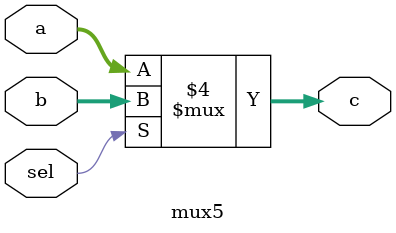
<source format=v>
module mux5(
    input sel,
    input [4:0] a,
    input [4:0] b,
    output reg [4:0] c
);

always @(*) begin
    if (sel == 0) begin
        c <= a;
    end else begin
        c <= b;
    end
end

endmodule

</source>
